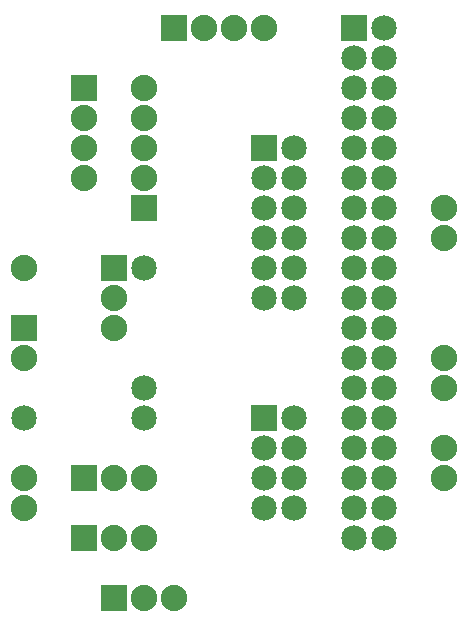
<source format=gts>
G04 MADE WITH FRITZING*
G04 WWW.FRITZING.ORG*
G04 DOUBLE SIDED*
G04 HOLES PLATED*
G04 CONTOUR ON CENTER OF CONTOUR VECTOR*
%ASAXBY*%
%FSLAX23Y23*%
%MOIN*%
%OFA0B0*%
%SFA1.0B1.0*%
%ADD10C,0.088000*%
%ADD11C,0.085000*%
%ADD12R,0.085000X0.085000*%
%ADD13R,0.088000X0.088000*%
%LNMASK1*%
G90*
G70*
G54D10*
X1491Y884D03*
X1491Y784D03*
X91Y1184D03*
X1491Y1384D03*
X1491Y1284D03*
X1491Y584D03*
X1491Y484D03*
X91Y484D03*
X91Y384D03*
G54D11*
X491Y684D03*
X91Y684D03*
X491Y1184D03*
X491Y784D03*
X891Y1584D03*
X991Y1584D03*
X891Y1484D03*
X991Y1484D03*
X891Y1384D03*
X991Y1384D03*
X891Y1284D03*
X991Y1284D03*
X891Y1184D03*
X991Y1184D03*
X891Y1084D03*
X991Y1084D03*
G54D10*
X391Y84D03*
X491Y84D03*
X591Y84D03*
X591Y1984D03*
X691Y1984D03*
X791Y1984D03*
X891Y1984D03*
G54D11*
X1191Y1984D03*
X1291Y1984D03*
X1191Y1884D03*
X1291Y1884D03*
X1191Y1784D03*
X1291Y1784D03*
X1191Y1684D03*
X1291Y1684D03*
X1191Y1584D03*
X1291Y1584D03*
X1191Y1484D03*
X1291Y1484D03*
X1191Y1384D03*
X1291Y1384D03*
X1191Y1284D03*
X1291Y1284D03*
X1191Y1184D03*
X1291Y1184D03*
X1191Y1084D03*
X1291Y1084D03*
X1191Y984D03*
X1291Y984D03*
X1191Y884D03*
X1291Y884D03*
X1191Y784D03*
X1291Y784D03*
X1191Y684D03*
X1291Y684D03*
X1191Y584D03*
X1291Y584D03*
X1191Y484D03*
X1291Y484D03*
X1191Y384D03*
X1291Y384D03*
X1191Y284D03*
X1291Y284D03*
X891Y684D03*
X991Y684D03*
X891Y584D03*
X991Y584D03*
X891Y484D03*
X991Y484D03*
X891Y384D03*
X991Y384D03*
G54D10*
X491Y1384D03*
X491Y1484D03*
X491Y1584D03*
X491Y1684D03*
X491Y1784D03*
X291Y1784D03*
X291Y1684D03*
X291Y1584D03*
X291Y1484D03*
X91Y984D03*
X91Y884D03*
X291Y284D03*
X391Y284D03*
X491Y284D03*
X391Y1184D03*
X391Y1084D03*
X391Y984D03*
X291Y484D03*
X391Y484D03*
X491Y484D03*
G54D12*
X891Y1584D03*
G54D13*
X391Y84D03*
X591Y1984D03*
G54D12*
X1191Y1984D03*
X891Y684D03*
G54D13*
X491Y1384D03*
X291Y1784D03*
X91Y984D03*
X291Y284D03*
X391Y1184D03*
X291Y484D03*
G04 End of Mask1*
M02*
</source>
